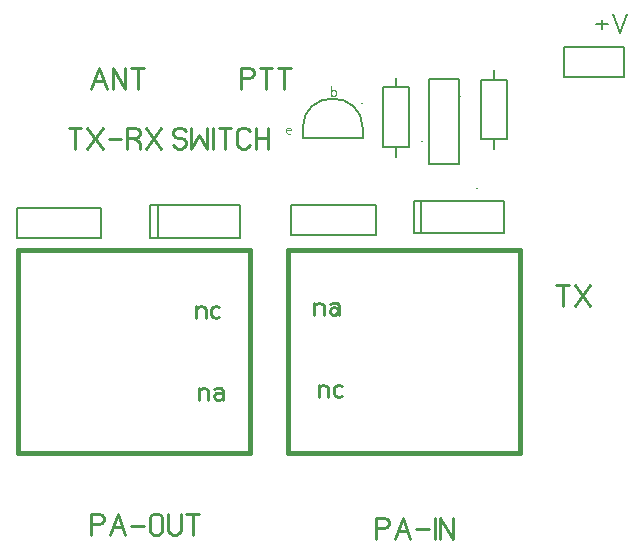
<source format=gbr>
%FSLAX34Y34*%
%MOMM*%
%LNSILK_TOP*%
G71*
G01*
%ADD10C,0.400*%
%ADD11C,0.222*%
%ADD12C,0.150*%
%ADD13C,0.167*%
%ADD14C,0.111*%
%ADD15C,0.200*%
%LPD*%
G54D10*
X-119528Y-35231D02*
X77322Y-35231D01*
X77322Y-206681D01*
X-119528Y-206681D01*
X-119528Y-35231D01*
G54D11*
X31626Y-92602D02*
X31626Y-82601D01*
G54D11*
X31626Y-84824D02*
X32960Y-83268D01*
X35626Y-82601D01*
X38293Y-83268D01*
X39626Y-84824D01*
X39626Y-92602D01*
G54D11*
X51182Y-83268D02*
X48515Y-82602D01*
X45849Y-83268D01*
X44515Y-85490D01*
X44515Y-89935D01*
X45849Y-92157D01*
X48515Y-92602D01*
X51182Y-92157D01*
G54D11*
X33821Y-162096D02*
X33821Y-152096D01*
G54D11*
X33821Y-154318D02*
X35154Y-152762D01*
X37821Y-152096D01*
X40487Y-152762D01*
X41821Y-154318D01*
X41821Y-162096D01*
G54D11*
X46710Y-153207D02*
X49376Y-152096D01*
X52576Y-152096D01*
X54710Y-154318D01*
X54710Y-162096D01*
G54D11*
X54710Y-158762D02*
X53376Y-156540D01*
X50710Y-156096D01*
X48043Y-156540D01*
X46710Y-158762D01*
X47243Y-160985D01*
X49376Y-162096D01*
X50710Y-162096D01*
X51243Y-162096D01*
X53376Y-160985D01*
X54710Y-158762D01*
G54D10*
X305922Y-206681D02*
X109072Y-206681D01*
X109072Y-35231D01*
X305922Y-35231D01*
X305922Y-206681D01*
G54D11*
X135254Y-159292D02*
X135254Y-149292D01*
G54D11*
X135254Y-151514D02*
X136587Y-149959D01*
X139254Y-149292D01*
X141920Y-149959D01*
X143254Y-151514D01*
X143254Y-159292D01*
G54D11*
X154810Y-149959D02*
X152143Y-149292D01*
X149476Y-149959D01*
X148143Y-152181D01*
X148143Y-156625D01*
X149476Y-158848D01*
X152143Y-159292D01*
X154810Y-158848D01*
G54D11*
X131684Y-89816D02*
X131684Y-79816D01*
G54D11*
X131684Y-82038D02*
X133018Y-80483D01*
X135684Y-79816D01*
X138351Y-80483D01*
X139684Y-82039D01*
X139684Y-89816D01*
G54D11*
X144573Y-80928D02*
X147240Y-79816D01*
X150440Y-79816D01*
X152573Y-82038D01*
X152573Y-89816D01*
G54D11*
X152573Y-86483D02*
X151240Y-84261D01*
X148573Y-83816D01*
X145907Y-84261D01*
X144573Y-86483D01*
X145106Y-88705D01*
X147240Y-89816D01*
X148573Y-89816D01*
X149107Y-89816D01*
X151240Y-88705D01*
X152573Y-86483D01*
G54D12*
X172496Y67656D02*
X172496Y59657D01*
X121771Y59657D01*
X121771Y67657D01*
G54D12*
G75*
G01X172627Y67618D02*
G03X121627Y67618I-25500J0D01*
G01*
G54D12*
X-120281Y388D02*
X-120281Y-25013D01*
X-48681Y-25013D01*
X-48681Y387D01*
X-120281Y388D01*
G54D13*
X-80325Y-24054D02*
X-80325Y-24054D01*
G54D12*
X69043Y2830D02*
X69043Y-24570D01*
X-7157Y-24570D01*
X-7157Y2830D01*
X69043Y2830D01*
G54D12*
X-857Y-24570D02*
X-857Y2830D01*
G54D12*
X112190Y3297D02*
X112190Y-22104D01*
X183790Y-22104D01*
X183790Y3297D01*
X112190Y3297D01*
G54D13*
X269621Y16956D02*
X269621Y16956D01*
G54D12*
X292238Y6628D02*
X292238Y-20772D01*
X216038Y-20772D01*
X216038Y6628D01*
X292238Y6628D01*
G54D12*
X222338Y-20772D02*
X222338Y6628D01*
G54D12*
X253753Y109525D02*
X228353Y109525D01*
X228353Y37925D01*
X253753Y37925D01*
X253753Y109525D01*
G54D13*
X222961Y56870D02*
X222961Y56870D01*
G54D12*
X212158Y52114D02*
X189982Y52114D01*
X189982Y102814D01*
X212157Y102814D01*
X212158Y52114D01*
G54D12*
X201070Y51914D02*
X201070Y44013D01*
G54D12*
X201070Y102914D02*
X201070Y110814D01*
G54D13*
X172145Y89055D02*
X172145Y89055D01*
G54D12*
X294707Y58464D02*
X272532Y58464D01*
X272532Y109164D01*
X294707Y109163D01*
X294707Y58464D01*
G54D12*
X283620Y58263D02*
X283620Y50364D01*
G54D12*
X283620Y109264D02*
X283620Y117164D01*
G54D13*
X254695Y95405D02*
X254695Y95405D01*
G54D11*
X184150Y-279400D02*
X184150Y-261622D01*
X190816Y-261622D01*
X193483Y-262733D01*
X194816Y-264955D01*
X194816Y-267177D01*
X193483Y-269400D01*
X190816Y-270511D01*
X184150Y-270511D01*
G54D11*
X199706Y-279400D02*
X206372Y-261622D01*
X213039Y-279400D01*
G54D11*
X202372Y-272733D02*
X210372Y-272733D01*
G54D11*
X217928Y-271622D02*
X228594Y-271622D01*
G54D11*
X233484Y-279400D02*
X233484Y-261622D01*
G54D11*
X238373Y-279400D02*
X238373Y-261622D01*
X249039Y-279400D01*
X249039Y-261622D01*
G54D11*
X-57150Y-276225D02*
X-57150Y-258447D01*
X-50484Y-258447D01*
X-47817Y-259558D01*
X-46484Y-261780D01*
X-46484Y-264002D01*
X-47817Y-266225D01*
X-50484Y-267336D01*
X-57150Y-267336D01*
G54D11*
X-41594Y-276225D02*
X-34928Y-258447D01*
X-28261Y-276225D01*
G54D11*
X-38928Y-269558D02*
X-30928Y-269558D01*
G54D11*
X-23372Y-268447D02*
X-12706Y-268447D01*
G54D11*
X2850Y-261780D02*
X2850Y-272891D01*
X1517Y-275114D01*
X-1150Y-276225D01*
X-3816Y-276225D01*
X-6483Y-275114D01*
X-7816Y-272891D01*
X-7816Y-261780D01*
X-6483Y-259558D01*
X-3816Y-258447D01*
X-1150Y-258447D01*
X1517Y-259558D01*
X2850Y-261780D01*
G54D11*
X7740Y-258447D02*
X7740Y-272891D01*
X9073Y-275114D01*
X11740Y-276225D01*
X14406Y-276225D01*
X17073Y-275114D01*
X18406Y-272891D01*
X18406Y-258447D01*
G54D11*
X28629Y-276225D02*
X28629Y-258447D01*
G54D11*
X23296Y-258447D02*
X33962Y-258447D01*
G54D11*
X-57150Y101600D02*
X-50484Y119378D01*
X-43817Y101600D01*
G54D11*
X-54484Y108267D02*
X-46484Y108267D01*
G54D11*
X-38928Y101600D02*
X-38928Y119378D01*
X-28262Y101600D01*
X-28262Y119378D01*
G54D11*
X-18039Y101600D02*
X-18039Y119378D01*
G54D11*
X-23372Y119378D02*
X-12706Y119378D01*
G54D11*
X341883Y-82550D02*
X341883Y-64772D01*
G54D11*
X336550Y-64772D02*
X347216Y-64772D01*
G54D11*
X352106Y-64772D02*
X365439Y-82550D01*
G54D11*
X352106Y-82550D02*
X365439Y-64772D01*
G54D11*
X69850Y101600D02*
X69850Y119378D01*
X76516Y119378D01*
X79183Y118267D01*
X80516Y116045D01*
X80516Y113822D01*
X79183Y111600D01*
X76516Y110489D01*
X69850Y110489D01*
G54D11*
X90739Y101600D02*
X90739Y119378D01*
G54D11*
X85406Y119378D02*
X96072Y119378D01*
G54D11*
X106295Y101600D02*
X106295Y119378D01*
G54D11*
X100962Y119378D02*
X111628Y119378D01*
G54D11*
X-70867Y50800D02*
X-70867Y68578D01*
G54D11*
X-76200Y68578D02*
X-65534Y68578D01*
G54D11*
X-60644Y68578D02*
X-47311Y50800D01*
G54D11*
X-60644Y50800D02*
X-47311Y68578D01*
G54D11*
X-42422Y58578D02*
X-31756Y58578D01*
G54D11*
X-21533Y59689D02*
X-17533Y57467D01*
X-16200Y55245D01*
X-16200Y50800D01*
G54D11*
X-26866Y50800D02*
X-26866Y68578D01*
X-20200Y68578D01*
X-17533Y67467D01*
X-16200Y65245D01*
X-16200Y63022D01*
X-17533Y60800D01*
X-20200Y59689D01*
X-26866Y59689D01*
G54D11*
X-11310Y68578D02*
X2023Y50800D01*
G54D11*
X-11310Y50800D02*
X2023Y68578D01*
G54D11*
X12068Y54134D02*
X13401Y51911D01*
X16068Y50800D01*
X18734Y50800D01*
X21401Y51911D01*
X22734Y54134D01*
X22734Y56356D01*
X21401Y58578D01*
X18734Y59689D01*
X16068Y59689D01*
X13401Y60800D01*
X12068Y63022D01*
X12068Y65245D01*
X13401Y67467D01*
X16068Y68578D01*
X18734Y68578D01*
X21401Y67467D01*
X22734Y65245D01*
G54D11*
X27624Y68578D02*
X27624Y50800D01*
X34290Y61911D01*
X40957Y50800D01*
X40957Y68578D01*
G54D11*
X45846Y50800D02*
X45846Y68578D01*
G54D11*
X56068Y50800D02*
X56068Y68578D01*
G54D11*
X50735Y68578D02*
X61401Y68578D01*
G54D11*
X76957Y54134D02*
X75624Y51911D01*
X72957Y50800D01*
X70291Y50800D01*
X67624Y51911D01*
X66291Y54134D01*
X66291Y65245D01*
X67624Y67467D01*
X70291Y68578D01*
X72957Y68578D01*
X75624Y67467D01*
X76957Y65245D01*
G54D11*
X81847Y50800D02*
X81847Y68578D01*
G54D11*
X92513Y50800D02*
X92513Y68578D01*
G54D11*
X81847Y59689D02*
X92513Y59689D01*
G54D14*
X146050Y95250D02*
X146050Y104139D01*
G54D14*
X146050Y98806D02*
X146717Y99917D01*
X148050Y100250D01*
X149383Y99917D01*
X150050Y98806D01*
X150050Y96583D01*
X149383Y95472D01*
X148050Y95250D01*
X146717Y95472D01*
X146050Y96583D01*
G54D14*
X111950Y64056D02*
X110883Y63500D01*
X109550Y63500D01*
X108217Y64056D01*
X107950Y65167D01*
X107950Y67056D01*
X108617Y68167D01*
X109950Y68500D01*
X111283Y68167D01*
X111950Y67389D01*
X111950Y66278D01*
X107950Y66278D01*
G54D15*
X370466Y155863D02*
X380066Y155863D01*
G54D15*
X375266Y159863D02*
X375266Y151863D01*
G54D15*
X384466Y164863D02*
X390466Y148863D01*
X396466Y164863D01*
G54D12*
X342729Y111013D02*
X342729Y136413D01*
X393529Y136413D01*
X393529Y111013D01*
X342729Y111013D01*
M02*

</source>
